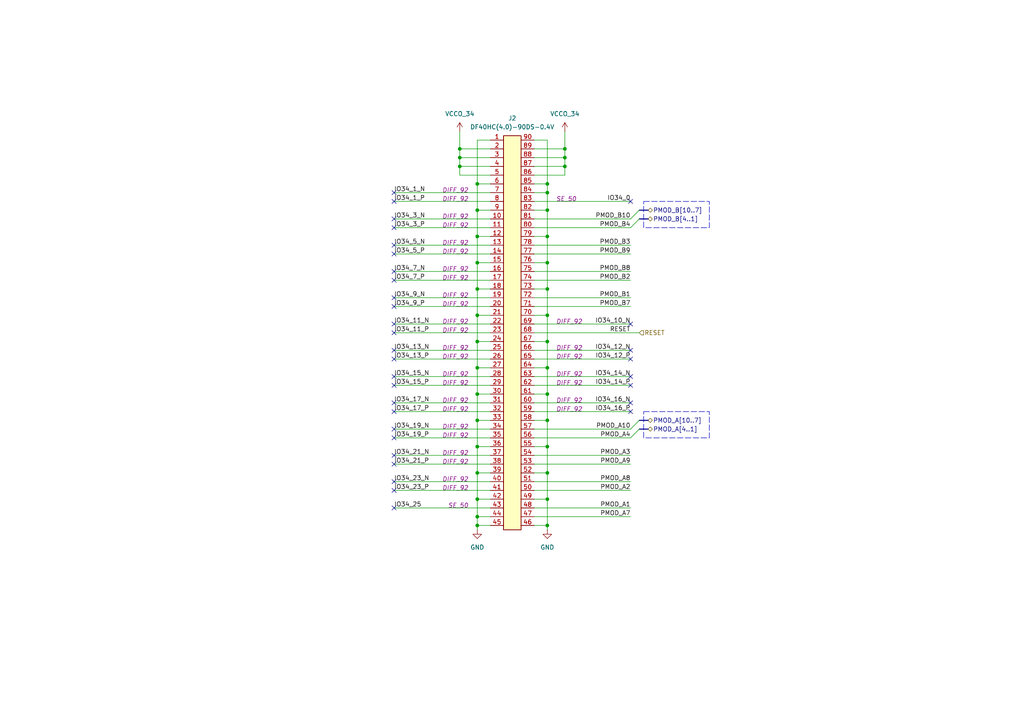
<source format=kicad_sch>
(kicad_sch (version 20250114) (generator "eeschema") (generator_version "9.0")
  (paper "A4")
  (title_block (title "nuku.carrier.template.basic") (date "2025-06-09") (rev "0") (company "Samuel López Asunción") (comment 1 "@supersmau"))
  (lib_symbols
    (symbol "nuku:DF40HC(4.0)-90DS-0.4V"
      (property "Reference" "J" (at 0 3.81 0))
      (property "Value" "DF40HC(4.0)-90DS-0.4V" (at 0 1.27 0))
      (symbol "DF40HC(4.0)-90DS-0.4V_0_1"
        (rectangle (start 0 0) (end 5.08 -114.3) (stroke (width 0.254)) (fill (type background)))
      )
      (symbol "DF40HC(4.0)-90DS-0.4V_1_1"
        (pin passive line (at -3.81 -1.27 0) (length 3.81) (name "") (number "1"))
        (pin passive line (at -3.81 -3.81 0) (length 3.81) (name "") (number "2"))
        (pin passive line (at -3.81 -6.35 0) (length 3.81) (name "") (number "3"))
        (pin passive line (at -3.81 -8.89 0) (length 3.81) (name "") (number "4"))
        (pin passive line (at -3.81 -11.43 0) (length 3.81) (name "") (number "5"))
        (pin passive line (at -3.81 -13.97 0) (length 3.81) (name "") (number "6"))
        (pin passive line (at -3.81 -16.51 0) (length 3.81) (name "") (number "7"))
        (pin passive line (at -3.81 -19.05 0) (length 3.81) (name "") (number "8"))
        (pin passive line (at -3.81 -21.59 0) (length 3.81) (name "") (number "9"))
        (pin passive line (at -3.81 -24.13 0) (length 3.81) (name "") (number "10"))
        (pin passive line (at -3.81 -26.67 0) (length 3.81) (name "") (number "11"))
        (pin passive line (at -3.81 -29.21 0) (length 3.81) (name "") (number "12"))
        (pin passive line (at -3.81 -31.75 0) (length 3.81) (name "") (number "13"))
        (pin passive line (at -3.81 -34.29 0) (length 3.81) (name "") (number "14"))
        (pin passive line (at -3.81 -36.83 0) (length 3.81) (name "") (number "15"))
        (pin passive line (at -3.81 -39.37 0) (length 3.81) (name "") (number "16"))
        (pin passive line (at -3.81 -41.91 0) (length 3.81) (name "") (number "17"))
        (pin passive line (at -3.81 -44.45 0) (length 3.81) (name "") (number "18"))
        (pin passive line (at -3.81 -46.99 0) (length 3.81) (name "") (number "19"))
        (pin passive line (at -3.81 -49.53 0) (length 3.81) (name "") (number "20"))
        (pin passive line (at -3.81 -52.07 0) (length 3.81) (name "") (number "21"))
        (pin passive line (at -3.81 -54.61 0) (length 3.81) (name "") (number "22"))
        (pin passive line (at -3.81 -57.15 0) (length 3.81) (name "") (number "23"))
        (pin passive line (at -3.81 -59.69 0) (length 3.81) (name "") (number "24"))
        (pin passive line (at -3.81 -62.23 0) (length 3.81) (name "") (number "25"))
        (pin passive line (at -3.81 -64.77 0) (length 3.81) (name "") (number "26"))
        (pin passive line (at -3.81 -67.31 0) (length 3.81) (name "") (number "27"))
        (pin passive line (at -3.81 -69.85 0) (length 3.81) (name "") (number "28"))
        (pin passive line (at -3.81 -72.39 0) (length 3.81) (name "") (number "29"))
        (pin passive line (at -3.81 -74.93 0) (length 3.81) (name "") (number "30"))
        (pin passive line (at -3.81 -77.47 0) (length 3.81) (name "") (number "31"))
        (pin passive line (at -3.81 -80.01 0) (length 3.81) (name "") (number "32"))
        (pin passive line (at -3.81 -82.55 0) (length 3.81) (name "") (number "33"))
        (pin passive line (at -3.81 -85.09 0) (length 3.81) (name "") (number "34"))
        (pin passive line (at -3.81 -87.63 0) (length 3.81) (name "") (number "35"))
        (pin passive line (at -3.81 -90.17 0) (length 3.81) (name "") (number "36"))
        (pin passive line (at -3.81 -92.71 0) (length 3.81) (name "") (number "37"))
        (pin passive line (at -3.81 -95.25 0) (length 3.81) (name "") (number "38"))
        (pin passive line (at -3.81 -97.79 0) (length 3.81) (name "") (number "39"))
        (pin passive line (at -3.81 -100.33 0) (length 3.81) (name "") (number "40"))
        (pin passive line (at -3.81 -102.87 0) (length 3.81) (name "") (number "41"))
        (pin passive line (at -3.81 -105.41 0) (length 3.81) (name "") (number "42"))
        (pin passive line (at -3.81 -107.95 0) (length 3.81) (name "") (number "43"))
        (pin passive line (at -3.81 -110.49 0) (length 3.81) (name "") (number "44"))
        (pin passive line (at -3.81 -113.03 0) (length 3.81) (name "") (number "45"))
        (pin passive line (at 8.89 -1.27 180) (length 3.81) (name "") (number "90"))
        (pin passive line (at 8.89 -3.81 180) (length 3.81) (name "") (number "89"))
        (pin passive line (at 8.89 -6.35 180) (length 3.81) (name "") (number "88"))
        (pin passive line (at 8.89 -8.89 180) (length 3.81) (name "") (number "87"))
        (pin passive line (at 8.89 -11.43 180) (length 3.81) (name "") (number "86"))
        (pin passive line (at 8.89 -13.97 180) (length 3.81) (name "") (number "85"))
        (pin passive line (at 8.89 -16.51 180) (length 3.81) (name "") (number "84"))
        (pin passive line (at 8.89 -19.05 180) (length 3.81) (name "") (number "83"))
        (pin passive line (at 8.89 -21.59 180) (length 3.81) (name "") (number "82"))
        (pin passive line (at 8.89 -24.13 180) (length 3.81) (name "") (number "81"))
        (pin passive line (at 8.89 -26.67 180) (length 3.81) (name "") (number "80"))
        (pin passive line (at 8.89 -29.21 180) (length 3.81) (name "") (number "79"))
        (pin passive line (at 8.89 -31.75 180) (length 3.81) (name "") (number "78"))
        (pin passive line (at 8.89 -34.29 180) (length 3.81) (name "") (number "77"))
        (pin passive line (at 8.89 -36.83 180) (length 3.81) (name "") (number "76"))
        (pin passive line (at 8.89 -39.37 180) (length 3.81) (name "") (number "75"))
        (pin passive line (at 8.89 -41.91 180) (length 3.81) (name "") (number "74"))
        (pin passive line (at 8.89 -44.45 180) (length 3.81) (name "") (number "73"))
        (pin passive line (at 8.89 -46.99 180) (length 3.81) (name "") (number "72"))
        (pin passive line (at 8.89 -49.53 180) (length 3.81) (name "") (number "71"))
        (pin passive line (at 8.89 -52.07 180) (length 3.81) (name "") (number "70"))
        (pin passive line (at 8.89 -54.61 180) (length 3.81) (name "") (number "69"))
        (pin passive line (at 8.89 -57.15 180) (length 3.81) (name "") (number "68"))
        (pin passive line (at 8.89 -59.69 180) (length 3.81) (name "") (number "67"))
        (pin passive line (at 8.89 -62.23 180) (length 3.81) (name "") (number "66"))
        (pin passive line (at 8.89 -64.77 180) (length 3.81) (name "") (number "65"))
        (pin passive line (at 8.89 -67.31 180) (length 3.81) (name "") (number "64"))
        (pin passive line (at 8.89 -69.85 180) (length 3.81) (name "") (number "63"))
        (pin passive line (at 8.89 -72.39 180) (length 3.81) (name "") (number "62"))
        (pin passive line (at 8.89 -74.93 180) (length 3.81) (name "") (number "61"))
        (pin passive line (at 8.89 -77.47 180) (length 3.81) (name "") (number "60"))
        (pin passive line (at 8.89 -80.01 180) (length 3.81) (name "") (number "59"))
        (pin passive line (at 8.89 -82.55 180) (length 3.81) (name "") (number "58"))
        (pin passive line (at 8.89 -85.09 180) (length 3.81) (name "") (number "57"))
        (pin passive line (at 8.89 -87.63 180) (length 3.81) (name "") (number "56"))
        (pin passive line (at 8.89 -90.17 180) (length 3.81) (name "") (number "55"))
        (pin passive line (at 8.89 -92.71 180) (length 3.81) (name "") (number "54"))
        (pin passive line (at 8.89 -95.25 180) (length 3.81) (name "") (number "53"))
        (pin passive line (at 8.89 -97.79 180) (length 3.81) (name "") (number "52"))
        (pin passive line (at 8.89 -100.33 180) (length 3.81) (name "") (number "51"))
        (pin passive line (at 8.89 -102.87 180) (length 3.81) (name "") (number "50"))
        (pin passive line (at 8.89 -105.41 180) (length 3.81) (name "") (number "49"))
        (pin passive line (at 8.89 -107.95 180) (length 3.81) (name "") (number "48"))
        (pin passive line (at 8.89 -110.49 180) (length 3.81) (name "") (number "47"))
        (pin passive line (at 8.89 -113.03 180) (length 3.81) (name "") (number "46"))
      )
    )
    (symbol "power:+3V3" (power) (pin_numbers (hide yes)) (pin_names (offset 0) (hide yes))
      (property "Value" "+3V3" (at 0 3.556 0))
      (symbol "+3V3_0_1"
        (polyline (pts (xy -0.762 1.27) (xy 0 2.54)))
        (polyline (pts (xy 0 2.54) (xy 0.762 1.27)))
        (polyline (pts (xy 0 0) (xy 0 2.54)))
      )
      (symbol "+3V3_1_1"
        (pin power_in line (at 0 0 90) (length 0) (name "~") (number "1"))
      )
    )
    (symbol "power:GND" (power) (pin_numbers (hide yes)) (pin_names (offset 0) (hide yes))
      (property "Value" "GND" (at 0 -3.81 0))
      (symbol "GND_0_1"
        (polyline (pts (xy 0 0) (xy 0 -1.27) (xy 1.27 -1.27) (xy 0 -2.54) (xy -1.27 -1.27) (xy 0 -1.27)))
      )
      (symbol "GND_1_1"
        (pin power_in line (at 0 0 270) (length 0) (name "~") (number "1"))
      )
    )
  )
  (rectangle (start 186.69 58.42) (end 205.74 66.04) (stroke (width 0) (type dash)))
  (rectangle (start 186.69 119.38) (end 205.74 127) (stroke (width 0) (type dash)))
  (junction (at 158.75 53.34))
  (junction (at 138.43 149.86))
  (junction (at 163.83 43.18))
  (junction (at 138.43 137.16))
  (junction (at 158.75 144.78))
  (junction (at 158.75 121.92))
  (junction (at 138.43 83.82))
  (junction (at 158.75 129.54))
  (junction (at 158.75 114.3))
  (junction (at 133.35 45.72))
  (junction (at 163.83 45.72))
  (junction (at 158.75 55.88))
  (junction (at 163.83 48.26))
  (junction (at 138.43 114.3))
  (junction (at 138.43 99.06))
  (junction (at 158.75 137.16))
  (junction (at 138.43 76.2))
  (junction (at 158.75 60.96))
  (junction (at 138.43 144.78))
  (junction (at 138.43 106.68))
  (junction (at 158.75 106.68))
  (junction (at 158.75 83.82))
  (junction (at 138.43 68.58))
  (junction (at 158.75 68.58))
  (junction (at 138.43 152.4))
  (junction (at 158.75 152.4))
  (junction (at 138.43 60.96))
  (junction (at 158.75 91.44))
  (junction (at 133.35 43.18))
  (junction (at 133.35 48.26))
  (junction (at 138.43 53.34))
  (junction (at 138.43 121.92))
  (junction (at 158.75 76.2))
  (junction (at 158.75 99.06))
  (junction (at 138.43 91.44))
  (junction (at 138.43 129.54))
  (no_connect (at 114.3 96.52))
  (no_connect (at 114.3 73.66))
  (no_connect (at 114.3 86.36))
  (no_connect (at 114.3 119.38))
  (no_connect (at 114.3 81.28))
  (no_connect (at 114.3 66.04))
  (no_connect (at 114.3 101.6))
  (no_connect (at 114.3 127))
  (no_connect (at 182.88 104.14))
  (no_connect (at 182.88 101.6))
  (no_connect (at 114.3 124.46))
  (no_connect (at 114.3 111.76))
  (no_connect (at 114.3 116.84))
  (no_connect (at 114.3 132.08))
  (no_connect (at 114.3 63.5))
  (no_connect (at 182.88 116.84))
  (no_connect (at 182.88 109.22))
  (no_connect (at 182.88 119.38))
  (no_connect (at 114.3 142.24))
  (no_connect (at 182.88 93.98))
  (no_connect (at 114.3 78.74))
  (no_connect (at 114.3 147.32))
  (no_connect (at 182.88 58.42))
  (no_connect (at 114.3 134.62))
  (no_connect (at 182.88 111.76))
  (no_connect (at 114.3 139.7))
  (no_connect (at 114.3 58.42))
  (no_connect (at 114.3 109.22))
  (no_connect (at 114.3 71.12))
  (no_connect (at 114.3 88.9))
  (no_connect (at 114.3 104.14))
  (no_connect (at 114.3 93.98))
  (no_connect (at 114.3 55.88))
  (bus_entry (at 185.42 124.46) (size -2.54 2.54))
  (bus_entry (at 185.42 60.96) (size -2.54 2.54))
  (bus_entry (at 185.42 63.5) (size -2.54 2.54))
  (bus_entry (at 185.42 121.92) (size -2.54 2.54))
  (wire (pts (xy 154.94 134.62) (xy 182.88 134.62)))
  (wire (pts (xy 133.35 43.18) (xy 133.35 45.72)))
  (wire (pts (xy 158.75 99.06) (xy 158.75 91.44)))
  (wire (pts (xy 114.3 147.32) (xy 142.24 147.32)))
  (wire (pts (xy 138.43 149.86) (xy 142.24 149.86)))
  (wire (pts (xy 154.94 78.74) (xy 182.88 78.74)))
  (wire (pts (xy 158.75 106.68) (xy 158.75 114.3)))
  (wire (pts (xy 163.83 50.8) (xy 163.83 48.26)))
  (wire (pts (xy 114.3 127) (xy 142.24 127)))
  (wire (pts (xy 158.75 99.06) (xy 158.75 106.68)))
  (wire (pts (xy 158.75 40.64) (xy 154.94 40.64)))
  (wire (pts (xy 138.43 60.96) (xy 142.24 60.96)))
  (wire (pts (xy 133.35 48.26) (xy 142.24 48.26)))
  (wire (pts (xy 133.35 38.1) (xy 133.35 43.18)))
  (wire (pts (xy 114.3 71.12) (xy 142.24 71.12)))
  (wire (pts (xy 154.94 147.32) (xy 182.88 147.32)))
  (wire (pts (xy 138.43 121.92) (xy 142.24 121.92)))
  (wire (pts (xy 138.43 53.34) (xy 142.24 53.34)))
  (wire (pts (xy 158.75 76.2) (xy 158.75 68.58)))
  (wire (pts (xy 154.94 109.22) (xy 182.88 109.22)))
  (wire (pts (xy 158.75 137.16) (xy 154.94 137.16)))
  (wire (pts (xy 158.75 121.92) (xy 158.75 129.54)))
  (wire (pts (xy 138.43 144.78) (xy 142.24 144.78)))
  (wire (pts (xy 158.75 144.78) (xy 154.94 144.78)))
  (wire (pts (xy 138.43 99.06) (xy 142.24 99.06)))
  (wire (pts (xy 158.75 137.16) (xy 158.75 144.78)))
  (wire (pts (xy 154.94 73.66) (xy 182.88 73.66)))
  (wire (pts (xy 114.3 109.22) (xy 142.24 109.22)))
  (wire (pts (xy 133.35 48.26) (xy 133.35 45.72)))
  (wire (pts (xy 133.35 50.8) (xy 142.24 50.8)))
  (wire (pts (xy 138.43 129.54) (xy 138.43 137.16)))
  (wire (pts (xy 142.24 40.64) (xy 138.43 40.64)))
  (wire (pts (xy 133.35 43.18) (xy 142.24 43.18)))
  (wire (pts (xy 138.43 68.58) (xy 142.24 68.58)))
  (wire (pts (xy 154.94 119.38) (xy 182.88 119.38)))
  (wire (pts (xy 154.94 93.98) (xy 182.88 93.98)))
  (wire (pts (xy 154.94 43.18) (xy 163.83 43.18)))
  (wire (pts (xy 114.3 124.46) (xy 142.24 124.46)))
  (wire (pts (xy 154.94 55.88) (xy 158.75 55.88)))
  (wire (pts (xy 114.3 116.84) (xy 142.24 116.84)))
  (wire (pts (xy 138.43 99.06) (xy 138.43 106.68)))
  (wire (pts (xy 154.94 71.12) (xy 182.88 71.12)))
  (wire (pts (xy 154.94 106.68) (xy 158.75 106.68)))
  (wire (pts (xy 114.3 96.52) (xy 142.24 96.52)))
  (wire (pts (xy 163.83 48.26) (xy 163.83 45.72)))
  (wire (pts (xy 138.43 83.82) (xy 142.24 83.82)))
  (wire (pts (xy 158.75 114.3) (xy 154.94 114.3)))
  (wire (pts (xy 138.43 137.16) (xy 138.43 144.78)))
  (wire (pts (xy 154.94 139.7) (xy 182.88 139.7)))
  (wire (pts (xy 138.43 149.86) (xy 138.43 152.4)))
  (wire (pts (xy 114.3 78.74) (xy 142.24 78.74)))
  (wire (pts (xy 138.43 114.3) (xy 142.24 114.3)))
  (wire (pts (xy 154.94 127) (xy 182.88 127)))
  (wire (pts (xy 114.3 111.76) (xy 142.24 111.76)))
  (wire (pts (xy 138.43 40.64) (xy 138.43 53.34)))
  (wire (pts (xy 158.75 129.54) (xy 158.75 137.16)))
  (bus (pts (xy 185.42 121.92) (xy 187.96 121.92)))
  (wire (pts (xy 158.75 53.34) (xy 154.94 53.34)))
  (wire (pts (xy 138.43 99.06) (xy 138.43 91.44)))
  (wire (pts (xy 158.75 152.4) (xy 154.94 152.4)))
  (wire (pts (xy 154.94 66.04) (xy 182.88 66.04)))
  (wire (pts (xy 158.75 144.78) (xy 158.75 152.4)))
  (wire (pts (xy 158.75 68.58) (xy 158.75 60.96)))
  (wire (pts (xy 138.43 144.78) (xy 138.43 149.86)))
  (wire (pts (xy 158.75 53.34) (xy 158.75 40.64)))
  (wire (pts (xy 158.75 91.44) (xy 158.75 83.82)))
  (wire (pts (xy 154.94 58.42) (xy 182.88 58.42)))
  (wire (pts (xy 114.3 134.62) (xy 142.24 134.62)))
  (wire (pts (xy 138.43 76.2) (xy 138.43 68.58)))
  (wire (pts (xy 154.94 81.28) (xy 182.88 81.28)))
  (wire (pts (xy 142.24 106.68) (xy 138.43 106.68)))
  (wire (pts (xy 154.94 149.86) (xy 182.88 149.86)))
  (wire (pts (xy 154.94 88.9) (xy 182.88 88.9)))
  (wire (pts (xy 158.75 114.3) (xy 158.75 121.92)))
  (wire (pts (xy 114.3 66.04) (xy 142.24 66.04)))
  (wire (pts (xy 138.43 60.96) (xy 138.43 53.34)))
  (wire (pts (xy 154.94 86.36) (xy 182.88 86.36)))
  (wire (pts (xy 114.3 132.08) (xy 142.24 132.08)))
  (wire (pts (xy 158.75 152.4) (xy 158.75 153.67)))
  (wire (pts (xy 133.35 45.72) (xy 142.24 45.72)))
  (wire (pts (xy 158.75 99.06) (xy 154.94 99.06)))
  (wire (pts (xy 154.94 96.52) (xy 185.42 96.52)))
  (bus (pts (xy 185.42 60.96) (xy 187.96 60.96)))
  (wire (pts (xy 114.3 81.28) (xy 142.24 81.28)))
  (wire (pts (xy 154.94 45.72) (xy 163.83 45.72)))
  (bus (pts (xy 185.42 63.5) (xy 187.96 63.5)))
  (wire (pts (xy 158.75 129.54) (xy 154.94 129.54)))
  (wire (pts (xy 138.43 106.68) (xy 138.43 114.3)))
  (wire (pts (xy 154.94 104.14) (xy 182.88 104.14)))
  (wire (pts (xy 114.3 142.24) (xy 142.24 142.24)))
  (wire (pts (xy 114.3 73.66) (xy 142.24 73.66)))
  (bus (pts (xy 185.42 124.46) (xy 187.96 124.46)))
  (wire (pts (xy 154.94 50.8) (xy 163.83 50.8)))
  (wire (pts (xy 163.83 38.1) (xy 163.83 43.18)))
  (wire (pts (xy 158.75 91.44) (xy 154.94 91.44)))
  (wire (pts (xy 138.43 91.44) (xy 142.24 91.44)))
  (wire (pts (xy 114.3 63.5) (xy 142.24 63.5)))
  (wire (pts (xy 154.94 142.24) (xy 182.88 142.24)))
  (wire (pts (xy 138.43 152.4) (xy 138.43 153.67)))
  (wire (pts (xy 154.94 132.08) (xy 182.88 132.08)))
  (wire (pts (xy 138.43 91.44) (xy 138.43 83.82)))
  (wire (pts (xy 163.83 43.18) (xy 163.83 45.72)))
  (wire (pts (xy 114.3 55.88) (xy 142.24 55.88)))
  (wire (pts (xy 138.43 68.58) (xy 138.43 60.96)))
  (wire (pts (xy 158.75 76.2) (xy 154.94 76.2)))
  (wire (pts (xy 158.75 83.82) (xy 158.75 76.2)))
  (wire (pts (xy 114.3 88.9) (xy 142.24 88.9)))
  (wire (pts (xy 133.35 50.8) (xy 133.35 48.26)))
  (wire (pts (xy 114.3 119.38) (xy 142.24 119.38)))
  (wire (pts (xy 158.75 53.34) (xy 158.75 55.88)))
  (wire (pts (xy 154.94 63.5) (xy 182.88 63.5)))
  (wire (pts (xy 114.3 139.7) (xy 142.24 139.7)))
  (wire (pts (xy 114.3 86.36) (xy 142.24 86.36)))
  (wire (pts (xy 138.43 152.4) (xy 142.24 152.4)))
  (wire (pts (xy 154.94 48.26) (xy 163.83 48.26)))
  (wire (pts (xy 114.3 104.14) (xy 142.24 104.14)))
  (wire (pts (xy 114.3 101.6) (xy 142.24 101.6)))
  (wire (pts (xy 158.75 68.58) (xy 154.94 68.58)))
  (wire (pts (xy 138.43 83.82) (xy 138.43 76.2)))
  (wire (pts (xy 154.94 124.46) (xy 182.88 124.46)))
  (wire (pts (xy 158.75 55.88) (xy 158.75 60.96)))
  (wire (pts (xy 158.75 83.82) (xy 154.94 83.82)))
  (wire (pts (xy 138.43 121.92) (xy 138.43 129.54)))
  (wire (pts (xy 138.43 114.3) (xy 138.43 121.92)))
  (wire (pts (xy 138.43 137.16) (xy 142.24 137.16)))
  (wire (pts (xy 158.75 121.92) (xy 154.94 121.92)))
  (wire (pts (xy 114.3 58.42) (xy 142.24 58.42)))
  (wire (pts (xy 138.43 76.2) (xy 142.24 76.2)))
  (wire (pts (xy 154.94 116.84) (xy 182.88 116.84)))
  (wire (pts (xy 138.43 129.54) (xy 142.24 129.54)))
  (wire (pts (xy 114.3 93.98) (xy 142.24 93.98)))
  (wire (pts (xy 158.75 60.96) (xy 154.94 60.96)))
  (wire (pts (xy 154.94 101.6) (xy 182.88 101.6)))
  (wire (pts (xy 154.94 111.76) (xy 182.88 111.76)))
  (label "IO34_16_P" (at 182.88 119.38 180) (property "Netclass" "DIFF_92" (at 161.29 119.38 0) (effects (font (italic yes)) (justify left bottom))))
  (label "IO34_1_P" (at 114.3 58.42 0) (property "Netclass" "DIFF_92" (at 135.89 58.42 0) (effects (font (italic yes)) (justify right bottom))))
  (label "IO34_23_N" (at 114.3 139.7 0) (property "Netclass" "DIFF_92" (at 135.89 139.7 0) (effects (font (italic yes)) (justify right bottom))))
  (label "IO34_0" (at 182.88 58.42 180) (property "Netclass" "SE_50" (at 161.29 58.42 0) (effects (font (italic yes)) (justify left bottom))))
  (label "IO34_3_P" (at 114.3 66.04 0) (property "Netclass" "DIFF_92" (at 135.89 66.04 0) (effects (font (italic yes)) (justify right bottom))))
  (label "IO34_10_N" (at 182.88 93.98 180) (property "Netclass" "DIFF_92" (at 161.29 93.98 0) (effects (font (italic yes)) (justify left bottom))))
  (label "IO34_3_N" (at 114.3 63.5 0) (property "Netclass" "DIFF_92" (at 135.89 63.5 0) (effects (font (italic yes)) (justify right bottom))))
  (label "IO34_25" (at 114.3 147.32 0) (property "Netclass" "SE_50" (at 135.89 147.32 0) (effects (font (italic yes)) (justify right bottom))))
  (label "IO34_5_N" (at 114.3 71.12 0) (property "Netclass" "DIFF_92" (at 135.89 71.12 0) (effects (font (italic yes)) (justify right bottom))))
  (label "PMOD_B7" (at 182.88 88.9 180))
  (label "PMOD_B2" (at 182.88 81.28 180))
  (label "IO34_11_P" (at 114.3 96.52 0) (property "Netclass" "DIFF_92" (at 135.89 96.52 0) (effects (font (italic yes)) (justify right bottom))))
  (label "PMOD_A9" (at 182.88 134.62 180))
  (label "PMOD_A8" (at 182.88 139.7 180))
  (label "IO34_19_P" (at 114.3 127 0) (property "Netclass" "DIFF_92" (at 135.89 127 0) (effects (font (italic yes)) (justify right bottom))))
  (label "IO34_9_P" (at 114.3 88.9 0) (property "Netclass" "DIFF_92" (at 135.89 88.9 0) (effects (font (italic yes)) (justify right bottom))))
  (label "PMOD_B9" (at 182.88 73.66 180))
  (label "IO34_16_N" (at 182.88 116.84 180) (property "Netclass" "DIFF_92" (at 161.29 116.84 0) (effects (font (italic yes)) (justify left bottom))))
  (label "IO34_1_N" (at 114.3 55.88 0) (property "Netclass" "DIFF_92" (at 135.89 55.88 0) (effects (font (italic yes)) (justify right bottom))))
  (label "IO34_12_N" (at 182.88 101.6 180) (property "Netclass" "DIFF_92" (at 161.29 101.6 0) (effects (font (italic yes)) (justify left bottom))))
  (label "IO34_14_P" (at 182.88 111.76 180) (property "Netclass" "DIFF_92" (at 161.29 111.76 0) (effects (font (italic yes)) (justify left bottom))))
  (label "PMOD_B8" (at 182.88 78.74 180))
  (label "IO34_13_P" (at 114.3 104.14 0) (property "Netclass" "DIFF_92" (at 135.89 104.14 0) (effects (font (italic yes)) (justify right bottom))))
  (label "IO34_15_P" (at 114.3 111.76 0) (property "Netclass" "DIFF_92" (at 135.89 111.76 0) (effects (font (italic yes)) (justify right bottom))))
  (label "IO34_23_P" (at 114.3 142.24 0) (property "Netclass" "DIFF_92" (at 135.89 142.24 0) (effects (font (italic yes)) (justify right bottom))))
  (label "IO34_21_N" (at 114.3 132.08 0) (property "Netclass" "DIFF_92" (at 135.89 132.08 0) (effects (font (italic yes)) (justify right bottom))))
  (label "IO34_13_N" (at 114.3 101.6 0) (property "Netclass" "DIFF_92" (at 135.89 101.6 0) (effects (font (italic yes)) (justify right bottom))))
  (label "IO34_19_N" (at 114.3 124.46 0) (property "Netclass" "DIFF_92" (at 135.89 124.46 0) (effects (font (italic yes)) (justify right bottom))))
  (label "PMOD_B4" (at 182.88 66.04 180))
  (label "IO34_12_P" (at 182.88 104.14 180) (property "Netclass" "DIFF_92" (at 161.29 104.14 0) (effects (font (italic yes)) (justify left bottom))))
  (label "IO34_17_N" (at 114.3 116.84 0) (property "Netclass" "DIFF_92" (at 135.89 116.84 0) (effects (font (italic yes)) (justify right bottom))))
  (label "IO34_7_P" (at 114.3 81.28 0) (property "Netclass" "DIFF_92" (at 135.89 81.28 0) (effects (font (italic yes)) (justify right bottom))))
  (label "IO34_11_N" (at 114.3 93.98 0) (property "Netclass" "DIFF_92" (at 135.89 93.98 0) (effects (font (italic yes)) (justify right bottom))))
  (label "RESET" (at 182.8171 96.52 180))
  (label "IO34_9_N" (at 114.3 86.36 0) (property "Netclass" "DIFF_92" (at 135.89 86.36 0) (effects (font (italic yes)) (justify right bottom))))
  (label "PMOD_A1" (at 182.88 147.32 180))
  (label "IO34_15_N" (at 114.3 109.22 0) (property "Netclass" "DIFF_92" (at 135.89 109.22 0) (effects (font (italic yes)) (justify right bottom))))
  (label "PMOD_A2" (at 182.88 142.24 180))
  (label "IO34_21_P" (at 114.3 134.62 0) (property "Netclass" "DIFF_92" (at 135.89 134.62 0) (effects (font (italic yes)) (justify right bottom))))
  (label "PMOD_B10" (at 182.88 63.5 180))
  (label "PMOD_B1" (at 182.88 86.36 180))
  (label "IO34_7_N" (at 114.3 78.74 0) (property "Netclass" "DIFF_92" (at 135.89 78.74 0) (effects (font (italic yes)) (justify right bottom))))
  (label "PMOD_A3" (at 182.88 132.08 180))
  (label "IO34_5_P" (at 114.3 73.66 0) (property "Netclass" "DIFF_92" (at 135.89 73.66 0) (effects (font (italic yes)) (justify right bottom))))
  (label "PMOD_A10" (at 182.88 124.46 180))
  (label "IO34_17_P" (at 114.3 119.38 0) (property "Netclass" "DIFF_92" (at 135.89 119.38 0) (effects (font (italic yes)) (justify right bottom))))
  (label "PMOD_A7" (at 182.88 149.86 180))
  (label "PMOD_B3" (at 182.88 71.12 180))
  (label "PMOD_A4" (at 182.88 127 180))
  (label "IO34_14_N" (at 182.88 109.22 180) (property "Netclass" "DIFF_92" (at 161.29 109.22 0) (effects (font (italic yes)) (justify left bottom))))
  (hierarchical_label "RESET" (shape input) (at 185.42 96.52 0))
  (hierarchical_label "PMOD_B[10..7]" (shape bidirectional) (at 187.96 60.96 0))
  (hierarchical_label "PMOD_B[4..1]" (shape bidirectional) (at 187.96 63.5 0))
  (hierarchical_label "PMOD_A[4..1]" (shape bidirectional) (at 187.96 124.46 0))
  (hierarchical_label "PMOD_A[10..7]" (shape bidirectional) (at 187.96 121.92 0))
  (symbol (lib_id "nuku:DF40HC(4.0)-90DS-0.4V") (at 146.05 39.37 0) (unit 1)
    (property "Reference" "J2" (at 148.59 34.29 0))
    (property "Value" "DF40HC(4.0)-90DS-0.4V" (at 148.59 36.83 0))
    (property "Footprint" "nuku:DF40HC(4.0)-90DS-0.4V" (effects (hide yes)))
    (property "Datasheet" "https://www.lcsc.com/datasheet/lcsc_datasheet_2006112253_HRS-Hirose-DF40HC-4-0-90DS-0-4V-51_C597947.pdf" (effects (hide yes)))
    (property "LCSC" "C597947" (effects (hide yes)))
  )
  (symbol (lib_id "power:GND") (at 138.43 153.67 0) (unit 1)
    (property "Reference" "#PWR011" (effects (hide yes)))
    (property "Value" "GND" (at 138.43 158.75 0))
    (property "Description" "Power symbol creates a global label with name \"GND\" , ground" (effects (hide yes)))
  )
  (symbol (lib_id "power:+3V3") (at 133.35 38.1 0) (mirror y) (unit 1)
    (property "Reference" "#PWR03" (effects (hide yes)))
    (property "Value" "VCCO_34" (at 133.35 33.02 0))
    (property "Description" "Power symbol creates a global label with name \"+3V3\"" (effects (hide yes)))
  )
  (symbol (lib_id "power:+3V3") (at 163.83 38.1 0) (unit 1)
    (property "Reference" "#PWR04" (effects (hide yes)))
    (property "Value" "VCCO_34" (at 163.83 33.02 0))
    (property "Description" "Power symbol creates a global label with name \"+3V3\"" (effects (hide yes)))
  )
  (symbol (lib_id "power:GND") (at 158.75 153.67 0) (mirror y) (unit 1)
    (property "Reference" "#PWR012" (effects (hide yes)))
    (property "Value" "GND" (at 158.75 158.75 0))
    (property "Description" "Power symbol creates a global label with name \"GND\" , ground" (effects (hide yes)))
  )
)
</source>
